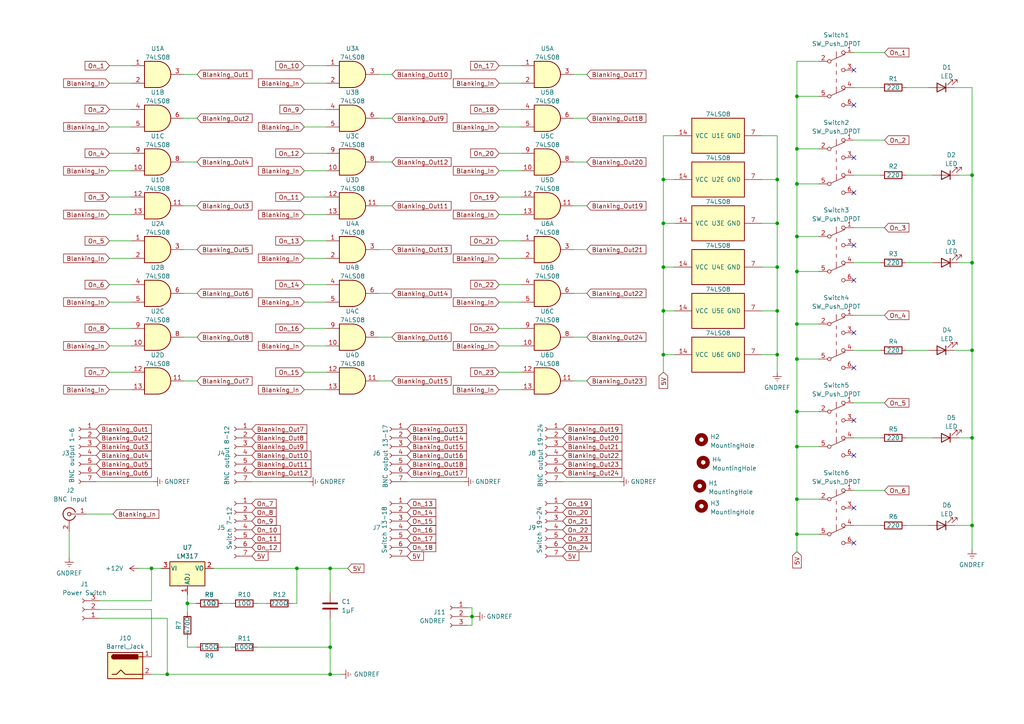
<source format=kicad_sch>
(kicad_sch (version 20230121) (generator eeschema)
  (paper "A4")
  (junction (at 95.758 164.846))
  (junction (at 225.425 77.47))
  (junction (at 231.14 53.34))
  (junction (at 231.14 68.58))
  (junction (at 192.405 77.47))
  (junction (at 281.94 127))
  (junction (at 231.14 78.74))
  (junction (at 192.405 64.77))
  (junction (at 95.758 195.58))
  (junction (at 225.425 64.77))
  (junction (at 281.94 50.8))
  (junction (at 231.14 43.18))
  (junction (at 231.14 154.94))
  (junction (at 225.425 52.07))
  (junction (at 86.106 164.846))
  (junction (at 281.94 101.6))
  (junction (at 95.758 187.706))
  (junction (at 136.906 178.816))
  (junction (at 231.14 104.14))
  (junction (at 225.425 102.87))
  (junction (at 281.94 152.4))
  (junction (at 231.14 129.54))
  (junction (at 225.425 90.17))
  (junction (at 231.14 27.94))
  (junction (at 54.356 175.006))
  (junction (at 192.405 52.07))
  (junction (at 48.514 195.58))
  (junction (at 192.405 102.87))
  (junction (at 231.14 144.78))
  (junction (at 231.14 119.38))
  (junction (at 281.94 76.2))
  (junction (at 43.942 164.846))
  (junction (at 192.405 90.17))
  (junction (at 231.14 93.98))
  (no_connect (at 247.65 121.92))
  (no_connect (at 247.65 20.32))
  (no_connect (at 247.65 132.08))
  (no_connect (at 247.65 106.68))
  (no_connect (at 247.65 147.32))
  (no_connect (at 247.65 71.12))
  (no_connect (at 247.65 55.88))
  (no_connect (at 247.65 30.48))
  (no_connect (at 247.65 45.72))
  (no_connect (at 247.65 157.48))
  (no_connect (at 247.65 81.28))
  (no_connect (at 247.65 96.52))
  (wire (pts (xy 262.89 50.8) (xy 270.51 50.8)))
  (wire (pts (xy 31.75 36.83) (xy 38.1 36.83)))
  (wire (pts (xy 231.14 43.18) (xy 231.14 53.34)))
  (wire (pts (xy 40.132 164.846) (xy 43.942 164.846)))
  (wire (pts (xy 109.855 46.99) (xy 113.665 46.99)))
  (wire (pts (xy 88.265 19.05) (xy 94.615 19.05)))
  (wire (pts (xy 144.78 24.13) (xy 151.13 24.13)))
  (wire (pts (xy 231.14 27.94) (xy 231.14 43.18)))
  (wire (pts (xy 144.78 74.93) (xy 151.13 74.93)))
  (wire (pts (xy 225.425 90.17) (xy 225.425 102.87)))
  (wire (pts (xy 281.94 25.4) (xy 281.94 50.8)))
  (wire (pts (xy 53.34 21.59) (xy 57.15 21.59)))
  (wire (pts (xy 95.758 179.578) (xy 95.758 187.706)))
  (wire (pts (xy 135.636 176.276) (xy 136.906 176.276)))
  (wire (pts (xy 31.75 31.75) (xy 38.1 31.75)))
  (wire (pts (xy 192.405 102.87) (xy 192.405 107.95)))
  (wire (pts (xy 88.265 107.95) (xy 94.615 107.95)))
  (wire (pts (xy 225.425 90.17) (xy 220.98 90.17)))
  (wire (pts (xy 163.195 139.7) (xy 179.705 139.7)))
  (wire (pts (xy 281.94 76.2) (xy 281.94 101.6)))
  (wire (pts (xy 43.942 176.784) (xy 43.942 190.5)))
  (wire (pts (xy 231.14 68.58) (xy 231.14 78.74)))
  (wire (pts (xy 31.75 62.23) (xy 38.1 62.23)))
  (wire (pts (xy 54.356 175.006) (xy 56.896 175.006)))
  (wire (pts (xy 31.75 24.13) (xy 38.1 24.13)))
  (wire (pts (xy 31.75 19.05) (xy 38.1 19.05)))
  (wire (pts (xy 27.94 139.7) (xy 44.45 139.7)))
  (wire (pts (xy 84.836 175.006) (xy 86.106 175.006)))
  (wire (pts (xy 278.13 50.8) (xy 281.94 50.8)))
  (wire (pts (xy 109.855 85.09) (xy 113.665 85.09)))
  (wire (pts (xy 53.34 46.99) (xy 57.15 46.99)))
  (wire (pts (xy 95.758 195.58) (xy 99.06 195.58)))
  (wire (pts (xy 43.942 164.846) (xy 46.736 164.846)))
  (wire (pts (xy 88.265 57.15) (xy 94.615 57.15)))
  (wire (pts (xy 54.356 187.706) (xy 54.356 185.166)))
  (wire (pts (xy 276.86 101.6) (xy 281.94 101.6)))
  (wire (pts (xy 166.37 46.99) (xy 170.18 46.99)))
  (wire (pts (xy 88.265 36.83) (xy 94.615 36.83)))
  (wire (pts (xy 43.942 195.58) (xy 48.514 195.58)))
  (wire (pts (xy 262.89 101.6) (xy 269.24 101.6)))
  (wire (pts (xy 31.75 57.15) (xy 38.1 57.15)))
  (wire (pts (xy 144.78 31.75) (xy 151.13 31.75)))
  (wire (pts (xy 64.516 187.706) (xy 67.056 187.706)))
  (wire (pts (xy 109.855 97.79) (xy 113.665 97.79)))
  (wire (pts (xy 262.89 152.4) (xy 269.24 152.4)))
  (wire (pts (xy 144.78 95.25) (xy 151.13 95.25)))
  (wire (pts (xy 225.425 39.37) (xy 225.425 52.07)))
  (wire (pts (xy 195.58 52.07) (xy 192.405 52.07)))
  (wire (pts (xy 88.265 87.63) (xy 94.615 87.63)))
  (wire (pts (xy 144.78 19.05) (xy 151.13 19.05)))
  (wire (pts (xy 135.636 178.816) (xy 136.906 178.816)))
  (wire (pts (xy 144.78 62.23) (xy 151.13 62.23)))
  (wire (pts (xy 95.758 164.846) (xy 100.838 164.846)))
  (wire (pts (xy 281.94 101.6) (xy 281.94 127)))
  (wire (pts (xy 276.86 25.4) (xy 281.94 25.4)))
  (wire (pts (xy 231.14 119.38) (xy 231.14 129.54)))
  (wire (pts (xy 136.906 181.356) (xy 135.636 181.356)))
  (wire (pts (xy 88.265 24.13) (xy 94.615 24.13)))
  (wire (pts (xy 192.405 90.17) (xy 195.58 90.17)))
  (wire (pts (xy 247.65 101.6) (xy 255.27 101.6)))
  (wire (pts (xy 192.405 52.07) (xy 192.405 64.77)))
  (wire (pts (xy 73.025 139.7) (xy 89.535 139.7)))
  (wire (pts (xy 53.34 59.69) (xy 57.15 59.69)))
  (wire (pts (xy 166.37 85.09) (xy 170.18 85.09)))
  (wire (pts (xy 28.956 174.244) (xy 43.942 174.244)))
  (wire (pts (xy 31.75 44.45) (xy 38.1 44.45)))
  (wire (pts (xy 231.14 53.34) (xy 231.14 68.58)))
  (wire (pts (xy 220.98 39.37) (xy 225.425 39.37)))
  (wire (pts (xy 166.37 72.39) (xy 170.18 72.39)))
  (wire (pts (xy 231.14 154.94) (xy 237.49 154.94)))
  (wire (pts (xy 231.14 27.94) (xy 231.14 17.78)))
  (wire (pts (xy 61.976 164.846) (xy 86.106 164.846)))
  (wire (pts (xy 281.94 127) (xy 281.94 152.4)))
  (wire (pts (xy 88.265 44.45) (xy 94.615 44.45)))
  (wire (pts (xy 144.78 87.63) (xy 151.13 87.63)))
  (wire (pts (xy 88.265 82.55) (xy 94.615 82.55)))
  (wire (pts (xy 231.14 104.14) (xy 237.49 104.14)))
  (wire (pts (xy 220.98 52.07) (xy 225.425 52.07)))
  (wire (pts (xy 144.78 49.53) (xy 151.13 49.53)))
  (wire (pts (xy 278.13 127) (xy 281.94 127)))
  (wire (pts (xy 31.75 100.33) (xy 38.1 100.33)))
  (wire (pts (xy 278.13 76.2) (xy 281.94 76.2)))
  (wire (pts (xy 192.405 39.37) (xy 195.58 39.37)))
  (wire (pts (xy 109.855 59.69) (xy 113.665 59.69)))
  (wire (pts (xy 247.65 15.24) (xy 256.54 15.24)))
  (wire (pts (xy 88.265 95.25) (xy 94.615 95.25)))
  (wire (pts (xy 48.514 179.324) (xy 48.514 195.58)))
  (wire (pts (xy 31.75 95.25) (xy 38.1 95.25)))
  (wire (pts (xy 231.14 53.34) (xy 237.49 53.34)))
  (wire (pts (xy 43.942 164.846) (xy 43.942 174.244)))
  (wire (pts (xy 88.265 100.33) (xy 94.615 100.33)))
  (wire (pts (xy 86.106 164.846) (xy 95.758 164.846)))
  (wire (pts (xy 31.75 49.53) (xy 38.1 49.53)))
  (wire (pts (xy 247.65 91.44) (xy 256.54 91.44)))
  (wire (pts (xy 262.89 127) (xy 270.51 127)))
  (wire (pts (xy 225.425 77.47) (xy 225.425 90.17)))
  (wire (pts (xy 231.14 78.74) (xy 237.49 78.74)))
  (wire (pts (xy 247.65 66.04) (xy 256.54 66.04)))
  (wire (pts (xy 262.89 25.4) (xy 269.24 25.4)))
  (wire (pts (xy 20.066 154.178) (xy 20.066 161.798)))
  (wire (pts (xy 281.94 50.8) (xy 281.94 76.2)))
  (wire (pts (xy 231.14 68.58) (xy 237.49 68.58)))
  (wire (pts (xy 53.34 34.29) (xy 57.15 34.29)))
  (wire (pts (xy 136.906 178.816) (xy 136.906 181.356)))
  (wire (pts (xy 144.78 44.45) (xy 151.13 44.45)))
  (wire (pts (xy 144.78 69.85) (xy 151.13 69.85)))
  (wire (pts (xy 54.356 187.706) (xy 56.896 187.706)))
  (wire (pts (xy 109.855 72.39) (xy 113.665 72.39)))
  (wire (pts (xy 281.94 152.4) (xy 281.94 159.385)))
  (wire (pts (xy 74.676 187.706) (xy 95.758 187.706)))
  (wire (pts (xy 231.14 144.78) (xy 237.49 144.78)))
  (wire (pts (xy 88.265 62.23) (xy 94.615 62.23)))
  (wire (pts (xy 192.405 52.07) (xy 192.405 39.37)))
  (wire (pts (xy 231.14 17.78) (xy 237.49 17.78)))
  (wire (pts (xy 231.14 144.78) (xy 231.14 154.94)))
  (wire (pts (xy 28.956 176.784) (xy 43.942 176.784)))
  (wire (pts (xy 95.758 164.846) (xy 95.758 171.958)))
  (wire (pts (xy 247.65 116.84) (xy 256.54 116.84)))
  (wire (pts (xy 192.405 64.77) (xy 192.405 77.47)))
  (wire (pts (xy 192.405 64.77) (xy 195.58 64.77)))
  (wire (pts (xy 109.855 21.59) (xy 113.665 21.59)))
  (wire (pts (xy 166.37 21.59) (xy 170.18 21.59)))
  (wire (pts (xy 144.78 82.55) (xy 151.13 82.55)))
  (wire (pts (xy 231.14 129.54) (xy 231.14 144.78)))
  (wire (pts (xy 231.14 43.18) (xy 237.49 43.18)))
  (wire (pts (xy 247.65 76.2) (xy 255.27 76.2)))
  (wire (pts (xy 28.956 179.324) (xy 48.514 179.324)))
  (wire (pts (xy 31.75 107.95) (xy 38.1 107.95)))
  (wire (pts (xy 231.14 119.38) (xy 237.49 119.38)))
  (wire (pts (xy 31.75 113.03) (xy 38.1 113.03)))
  (wire (pts (xy 136.906 178.816) (xy 137.922 178.816)))
  (wire (pts (xy 192.405 77.47) (xy 192.405 90.17)))
  (wire (pts (xy 31.75 82.55) (xy 38.1 82.55)))
  (wire (pts (xy 74.676 175.006) (xy 77.216 175.006)))
  (wire (pts (xy 86.106 164.846) (xy 86.106 175.006)))
  (wire (pts (xy 144.78 100.33) (xy 151.13 100.33)))
  (wire (pts (xy 88.265 31.75) (xy 94.615 31.75)))
  (wire (pts (xy 247.65 50.8) (xy 255.27 50.8)))
  (wire (pts (xy 25.146 149.098) (xy 32.766 149.098)))
  (wire (pts (xy 225.425 52.07) (xy 225.425 64.77)))
  (wire (pts (xy 225.425 102.87) (xy 225.425 107.95)))
  (wire (pts (xy 225.425 102.87) (xy 220.98 102.87)))
  (wire (pts (xy 118.11 139.7) (xy 134.62 139.7)))
  (wire (pts (xy 262.89 76.2) (xy 270.51 76.2)))
  (wire (pts (xy 166.37 110.49) (xy 170.18 110.49)))
  (wire (pts (xy 53.34 110.49) (xy 57.15 110.49)))
  (wire (pts (xy 54.356 172.466) (xy 54.356 175.006)))
  (wire (pts (xy 192.405 77.47) (xy 195.58 77.47)))
  (wire (pts (xy 231.14 93.98) (xy 237.49 93.98)))
  (wire (pts (xy 237.49 27.94) (xy 231.14 27.94)))
  (wire (pts (xy 109.855 34.29) (xy 113.665 34.29)))
  (wire (pts (xy 88.265 49.53) (xy 94.615 49.53)))
  (wire (pts (xy 136.906 176.276) (xy 136.906 178.816)))
  (wire (pts (xy 88.265 74.93) (xy 94.615 74.93)))
  (wire (pts (xy 192.405 90.17) (xy 192.405 102.87)))
  (wire (pts (xy 247.65 25.4) (xy 255.27 25.4)))
  (wire (pts (xy 192.405 102.87) (xy 195.58 102.87)))
  (wire (pts (xy 88.265 69.85) (xy 94.615 69.85)))
  (wire (pts (xy 31.75 69.85) (xy 38.1 69.85)))
  (wire (pts (xy 247.65 152.4) (xy 255.27 152.4)))
  (wire (pts (xy 144.78 113.03) (xy 151.13 113.03)))
  (wire (pts (xy 166.37 97.79) (xy 170.18 97.79)))
  (wire (pts (xy 225.425 64.77) (xy 225.425 77.47)))
  (wire (pts (xy 109.855 110.49) (xy 113.665 110.49)))
  (wire (pts (xy 247.65 127) (xy 255.27 127)))
  (wire (pts (xy 31.75 74.93) (xy 38.1 74.93)))
  (wire (pts (xy 48.514 195.58) (xy 95.758 195.58)))
  (wire (pts (xy 231.14 154.94) (xy 231.14 160.02)))
  (wire (pts (xy 88.265 113.03) (xy 94.615 113.03)))
  (wire (pts (xy 220.98 64.77) (xy 225.425 64.77)))
  (wire (pts (xy 231.14 93.98) (xy 231.14 104.14)))
  (wire (pts (xy 53.34 97.79) (xy 57.15 97.79)))
  (wire (pts (xy 95.758 187.706) (xy 95.758 195.58)))
  (wire (pts (xy 144.78 57.15) (xy 151.13 57.15)))
  (wire (pts (xy 247.65 40.64) (xy 256.54 40.64)))
  (wire (pts (xy 53.34 72.39) (xy 57.15 72.39)))
  (wire (pts (xy 276.86 152.4) (xy 281.94 152.4)))
  (wire (pts (xy 166.37 34.29) (xy 170.18 34.29)))
  (wire (pts (xy 231.14 104.14) (xy 231.14 119.38)))
  (wire (pts (xy 64.516 175.006) (xy 67.056 175.006)))
  (wire (pts (xy 225.425 77.47) (xy 220.98 77.47)))
  (wire (pts (xy 31.75 87.63) (xy 38.1 87.63)))
  (wire (pts (xy 166.37 59.69) (xy 170.18 59.69)))
  (wire (pts (xy 247.65 142.24) (xy 256.54 142.24)))
  (wire (pts (xy 144.78 107.95) (xy 151.13 107.95)))
  (wire (pts (xy 144.78 36.83) (xy 151.13 36.83)))
  (wire (pts (xy 231.14 78.74) (xy 231.14 93.98)))
  (wire (pts (xy 54.356 177.546) (xy 54.356 175.006)))
  (wire (pts (xy 231.14 129.54) (xy 237.49 129.54)))
  (wire (pts (xy 53.34 85.09) (xy 57.15 85.09)))
  (global_label "Blanking_Out15" (shape input) (at 113.665 110.49 0) (property "Intersheetrefs" "${INTERSHEET_REFS}" (effects hide)))
  (global_label "Blanking_Out7" (shape input) (at 57.15 110.49 0) (property "Intersheetrefs" "${INTERSHEET_REFS}" (effects hide)))
  (global_label "On_11" (shape input) (at 88.265 57.15 180) (property "Intersheetrefs" "${INTERSHEET_REFS}" (effects hide)))
  (global_label "Blanking_In" (shape input) (at 88.265 62.23 180) (property "Intersheetrefs" "${INTERSHEET_REFS}" (effects hide)))
  (global_label "Blanking_Out13" (shape input) (at 113.665 72.39 0) (property "Intersheetrefs" "${INTERSHEET_REFS}" (effects hide)))
  (global_label "Blanking_In" (shape input) (at 88.265 49.53 180) (property "Intersheetrefs" "${INTERSHEET_REFS}" (effects hide)))
  (global_label "Blanking_Out23" (shape input) (at 170.18 110.49 0) (property "Intersheetrefs" "${INTERSHEET_REFS}" (effects hide)))
  (global_label "5V" (shape input) (at 100.838 164.846 0) (property "Intersheetrefs" "${INTERSHEET_REFS}" (effects hide)))
  (global_label "On_22" (shape input) (at 163.195 153.67 0) (property "Intersheetrefs" "${INTERSHEET_REFS}" (effects hide)))
  (global_label "Blanking_Out19" (shape input) (at 163.195 124.46 0) (property "Intersheetrefs" "${INTERSHEET_REFS}" (effects hide)))
  (global_label "Blanking_Out1" (shape input) (at 27.94 124.46 0) (property "Intersheetrefs" "${INTERSHEET_REFS}" (effects hide)))
  (global_label "5V" (shape input) (at 163.195 161.29 0) (property "Intersheetrefs" "${INTERSHEET_REFS}" (effects hide)))
  (global_label "On_6" (shape input) (at 31.75 82.55 180) (property "Intersheetrefs" "${INTERSHEET_REFS}" (effects hide)))
  (global_label "Blanking_Out4" (shape input) (at 27.94 132.08 0) (property "Intersheetrefs" "${INTERSHEET_REFS}" (effects hide)))
  (global_label "On_23" (shape input) (at 163.195 156.21 0) (property "Intersheetrefs" "${INTERSHEET_REFS}" (effects hide)))
  (global_label "On_22" (shape input) (at 144.78 82.55 180) (property "Intersheetrefs" "${INTERSHEET_REFS}" (effects hide)))
  (global_label "On_16" (shape input) (at 88.265 95.25 180) (property "Intersheetrefs" "${INTERSHEET_REFS}" (effects hide)))
  (global_label "On_2" (shape input) (at 256.54 40.64 0) (property "Intersheetrefs" "${INTERSHEET_REFS}" (effects hide)))
  (global_label "Blanking_Out20" (shape input) (at 163.195 127 0) (property "Intersheetrefs" "${INTERSHEET_REFS}" (effects hide)))
  (global_label "On_16" (shape input) (at 118.11 153.67 0) (property "Intersheetrefs" "${INTERSHEET_REFS}" (effects hide)))
  (global_label "Blanking_In" (shape input) (at 88.265 74.93 180) (property "Intersheetrefs" "${INTERSHEET_REFS}" (effects hide)))
  (global_label "Blanking_Out3" (shape input) (at 27.94 129.54 0) (property "Intersheetrefs" "${INTERSHEET_REFS}" (effects hide)))
  (global_label "5V" (shape input) (at 231.14 160.02 270) (property "Intersheetrefs" "${INTERSHEET_REFS}" (effects hide)))
  (global_label "Blanking_In" (shape input) (at 31.75 113.03 180) (property "Intersheetrefs" "${INTERSHEET_REFS}" (effects hide)))
  (global_label "On_10" (shape input) (at 88.265 19.05 180) (property "Intersheetrefs" "${INTERSHEET_REFS}" (effects hide)))
  (global_label "5V" (shape input) (at 192.405 107.95 270) (property "Intersheetrefs" "${INTERSHEET_REFS}" (effects hide)))
  (global_label "On_18" (shape input) (at 144.78 31.75 180) (property "Intersheetrefs" "${INTERSHEET_REFS}" (effects hide)))
  (global_label "Blanking_In" (shape input) (at 31.75 36.83 180) (property "Intersheetrefs" "${INTERSHEET_REFS}" (effects hide)))
  (global_label "On_23" (shape input) (at 144.78 107.95 180) (property "Intersheetrefs" "${INTERSHEET_REFS}" (effects hide)))
  (global_label "Blanking_Out20" (shape input) (at 170.18 46.99 0) (property "Intersheetrefs" "${INTERSHEET_REFS}" (effects hide)))
  (global_label "Blanking_In" (shape input) (at 88.265 100.33 180) (property "Intersheetrefs" "${INTERSHEET_REFS}" (effects hide)))
  (global_label "Blanking_Out12" (shape input) (at 73.025 137.16 0) (property "Intersheetrefs" "${INTERSHEET_REFS}" (effects hide)))
  (global_label "Blanking_In" (shape input) (at 31.75 87.63 180) (property "Intersheetrefs" "${INTERSHEET_REFS}" (effects hide)))
  (global_label "On_10" (shape input) (at 73.025 153.67 0) (property "Intersheetrefs" "${INTERSHEET_REFS}" (effects hide)))
  (global_label "Blanking_Out16" (shape input) (at 118.11 132.08 0) (property "Intersheetrefs" "${INTERSHEET_REFS}" (effects hide)))
  (global_label "Blanking_In" (shape input) (at 144.78 62.23 180) (property "Intersheetrefs" "${INTERSHEET_REFS}" (effects hide)))
  (global_label "Blanking_In" (shape input) (at 144.78 87.63 180) (property "Intersheetrefs" "${INTERSHEET_REFS}" (effects hide)))
  (global_label "Blanking_In" (shape input) (at 144.78 24.13 180) (property "Intersheetrefs" "${INTERSHEET_REFS}" (effects hide)))
  (global_label "Blanking_Out2" (shape input) (at 57.15 34.29 0) (property "Intersheetrefs" "${INTERSHEET_REFS}" (effects hide)))
  (global_label "On_7" (shape input) (at 73.025 146.05 0) (property "Intersheetrefs" "${INTERSHEET_REFS}" (effects hide)))
  (global_label "On_6" (shape input) (at 256.54 142.24 0) (property "Intersheetrefs" "${INTERSHEET_REFS}" (effects hide)))
  (global_label "Blanking_In" (shape input) (at 144.78 74.93 180) (property "Intersheetrefs" "${INTERSHEET_REFS}" (effects hide)))
  (global_label "On_12" (shape input) (at 73.025 158.75 0) (property "Intersheetrefs" "${INTERSHEET_REFS}" (effects hide)))
  (global_label "Blanking_Out14" (shape input) (at 118.11 127 0) (property "Intersheetrefs" "${INTERSHEET_REFS}" (effects hide)))
  (global_label "Blanking_Out9" (shape input) (at 73.025 129.54 0) (property "Intersheetrefs" "${INTERSHEET_REFS}" (effects hide)))
  (global_label "On_14" (shape input) (at 88.265 82.55 180) (property "Intersheetrefs" "${INTERSHEET_REFS}" (effects hide)))
  (global_label "On_11" (shape input) (at 73.025 156.21 0) (property "Intersheetrefs" "${INTERSHEET_REFS}" (effects hide)))
  (global_label "On_15" (shape input) (at 88.265 107.95 180) (property "Intersheetrefs" "${INTERSHEET_REFS}" (effects hide)))
  (global_label "On_20" (shape input) (at 163.195 148.59 0) (property "Intersheetrefs" "${INTERSHEET_REFS}" (effects hide)))
  (global_label "Blanking_Out23" (shape input) (at 163.195 134.62 0) (property "Intersheetrefs" "${INTERSHEET_REFS}" (effects hide)))
  (global_label "Blanking_Out12" (shape input) (at 113.665 46.99 0) (property "Intersheetrefs" "${INTERSHEET_REFS}" (effects hide)))
  (global_label "Blanking_Out14" (shape input) (at 113.665 85.09 0) (property "Intersheetrefs" "${INTERSHEET_REFS}" (effects hide)))
  (global_label "On_5" (shape input) (at 256.54 116.84 0) (property "Intersheetrefs" "${INTERSHEET_REFS}" (effects hide)))
  (global_label "On_3" (shape input) (at 31.75 57.15 180) (property "Intersheetrefs" "${INTERSHEET_REFS}" (effects hide)))
  (global_label "On_13" (shape input) (at 88.265 69.85 180) (property "Intersheetrefs" "${INTERSHEET_REFS}" (effects hide)))
  (global_label "On_9" (shape input) (at 88.265 31.75 180) (property "Intersheetrefs" "${INTERSHEET_REFS}" (effects hide)))
  (global_label "On_19" (shape input) (at 163.195 146.05 0) (property "Intersheetrefs" "${INTERSHEET_REFS}" (effects hide)))
  (global_label "On_1" (shape input) (at 31.75 19.05 180) (property "Intersheetrefs" "${INTERSHEET_REFS}" (effects hide)))
  (global_label "Blanking_Out15" (shape input) (at 118.11 129.54 0) (property "Intersheetrefs" "${INTERSHEET_REFS}" (effects hide)))
  (global_label "Blanking_Out6" (shape input) (at 27.94 137.16 0) (property "Intersheetrefs" "${INTERSHEET_REFS}" (effects hide)))
  (global_label "Blanking_Out11" (shape input) (at 73.025 134.62 0) (property "Intersheetrefs" "${INTERSHEET_REFS}" (effects hide)))
  (global_label "5V" (shape input) (at 118.11 161.29 0) (property "Intersheetrefs" "${INTERSHEET_REFS}" (effects hide)))
  (global_label "Blanking_Out24" (shape input) (at 170.18 97.79 0) (property "Intersheetrefs" "${INTERSHEET_REFS}" (effects hide)))
  (global_label "5V" (shape input) (at 73.025 161.29 0) (property "Intersheetrefs" "${INTERSHEET_REFS}" (effects hide)))
  (global_label "Blanking_Out6" (shape input) (at 57.15 85.09 0) (property "Intersheetrefs" "${INTERSHEET_REFS}" (effects hide)))
  (global_label "Blanking_In" (shape input) (at 31.75 100.33 180) (property "Intersheetrefs" "${INTERSHEET_REFS}" (effects hide)))
  (global_label "Blanking_Out17" (shape input) (at 170.18 21.59 0) (property "Intersheetrefs" "${INTERSHEET_REFS}" (effects hide)))
  (global_label "Blanking_Out11" (shape input) (at 113.665 59.69 0) (property "Intersheetrefs" "${INTERSHEET_REFS}" (effects hide)))
  (global_label "On_1" (shape input) (at 256.54 15.24 0) (property "Intersheetrefs" "${INTERSHEET_REFS}" (effects hide)))
  (global_label "Blanking_In" (shape input) (at 88.265 113.03 180) (property "Intersheetrefs" "${INTERSHEET_REFS}" (effects hide)))
  (global_label "On_17" (shape input) (at 118.11 156.21 0) (property "Intersheetrefs" "${INTERSHEET_REFS}" (effects hide)))
  (global_label "Blanking_In" (shape input) (at 32.766 149.098 0) (property "Intersheetrefs" "${INTERSHEET_REFS}" (effects hide)))
  (global_label "Blanking_Out24" (shape input) (at 163.195 137.16 0) (property "Intersheetrefs" "${INTERSHEET_REFS}" (effects hide)))
  (global_label "Blanking_Out9" (shape input) (at 113.665 34.29 0) (property "Intersheetrefs" "${INTERSHEET_REFS}" (effects hide)))
  (global_label "Blanking_Out17" (shape input) (at 118.11 137.16 0) (property "Intersheetrefs" "${INTERSHEET_REFS}" (effects hide)))
  (global_label "Blanking_Out8" (shape input) (at 73.025 127 0) (property "Intersheetrefs" "${INTERSHEET_REFS}" (effects hide)))
  (global_label "Blanking_Out2" (shape input) (at 27.94 127 0) (property "Intersheetrefs" "${INTERSHEET_REFS}" (effects hide)))
  (global_label "Blanking_Out22" (shape input) (at 170.18 85.09 0) (property "Intersheetrefs" "${INTERSHEET_REFS}" (effects hide)))
  (global_label "On_21" (shape input) (at 163.195 151.13 0) (property "Intersheetrefs" "${INTERSHEET_REFS}" (effects hide)))
  (global_label "On_12" (shape input) (at 88.265 44.45 180) (property "Intersheetrefs" "${INTERSHEET_REFS}" (effects hide)))
  (global_label "Blanking_Out5" (shape input) (at 57.15 72.39 0) (property "Intersheetrefs" "${INTERSHEET_REFS}" (effects hide)))
  (global_label "Blanking_In" (shape input) (at 144.78 49.53 180) (property "Intersheetrefs" "${INTERSHEET_REFS}" (effects hide)))
  (global_label "On_19" (shape input) (at 144.78 57.15 180) (property "Intersheetrefs" "${INTERSHEET_REFS}" (effects hide)))
  (global_label "On_17" (shape input) (at 144.78 19.05 180) (property "Intersheetrefs" "${INTERSHEET_REFS}" (effects hide)))
  (global_label "On_20" (shape input) (at 144.78 44.45 180) (property "Intersheetrefs" "${INTERSHEET_REFS}" (effects hide)))
  (global_label "On_8" (shape input) (at 31.75 95.25 180) (property "Intersheetrefs" "${INTERSHEET_REFS}" (effects hide)))
  (global_label "On_7" (shape input) (at 31.75 107.95 180) (property "Intersheetrefs" "${INTERSHEET_REFS}" (effects hide)))
  (global_label "Blanking_Out8" (shape input) (at 57.15 97.79 0) (property "Intersheetrefs" "${INTERSHEET_REFS}" (effects hide)))
  (global_label "Blanking_In" (shape input) (at 31.75 24.13 180) (property "Intersheetrefs" "${INTERSHEET_REFS}" (effects hide)))
  (global_label "Blanking_In" (shape input) (at 88.265 24.13 180) (property "Intersheetrefs" "${INTERSHEET_REFS}" (effects hide)))
  (global_label "On_24" (shape input) (at 144.78 95.25 180) (property "Intersheetrefs" "${INTERSHEET_REFS}" (effects hide)))
  (global_label "On_21" (shape input) (at 144.78 69.85 180) (property "Intersheetrefs" "${INTERSHEET_REFS}" (effects hide)))
  (global_label "Blanking_Out18" (shape input) (at 118.11 134.62 0) (property "Intersheetrefs" "${INTERSHEET_REFS}" (effects hide)))
  (global_label "On_9" (shape input) (at 73.025 151.13 0) (property "Intersheetrefs" "${INTERSHEET_REFS}" (effects hide)))
  (global_label "On_4" (shape input) (at 256.54 91.44 0) (property "Intersheetrefs" "${INTERSHEET_REFS}" (effects hide)))
  (global_label "Blanking_Out13" (shape input) (at 118.11 124.46 0) (property "Intersheetrefs" "${INTERSHEET_REFS}" (effects hide)))
  (global_label "Blanking_Out10" (shape input) (at 113.665 21.59 0) (property "Intersheetrefs" "${INTERSHEET_REFS}" (effects hide)))
  (global_label "Blanking_Out5" (shape input) (at 27.94 134.62 0) (property "Intersheetrefs" "${INTERSHEET_REFS}" (effects hide)))
  (global_label "Blanking_In" (shape input) (at 88.265 36.83 180) (property "Intersheetrefs" "${INTERSHEET_REFS}" (effects hide)))
  (global_label "On_8" (shape input) (at 73.025 148.59 0) (property "Intersheetrefs" "${INTERSHEET_REFS}" (effects hide)))
  (global_label "Blanking_Out18" (shape input) (at 170.18 34.29 0) (property "Intersheetrefs" "${INTERSHEET_REFS}" (effects hide)))
  (global_label "Blanking_In" (shape input) (at 144.78 36.83 180) (property "Intersheetrefs" "${INTERSHEET_REFS}" (effects hide)))
  (global_label "On_14" (shape input) (at 118.11 148.59 0) (property "Intersheetrefs" "${INTERSHEET_REFS}" (effects hide)))
  (global_label "Blanking_In" (shape input) (at 144.78 113.03 180) (property "Intersheetrefs" "${INTERSHEET_REFS}" (effects hide)))
  (global_label "On_3" (shape input) (at 256.54 66.04 0) (property "Intersheetrefs" "${INTERSHEET_REFS}" (effects hide)))
  (global_label "Blanking_Out21" (shape input) (at 170.18 72.39 0) (property "Intersheetrefs" "${INTERSHEET_REFS}" (effects hide)))
  (global_label "Blanking_Out1" (shape input) (at 57.15 21.59 0) (property "Intersheetrefs" "${INTERSHEET_REFS}" (effects hide)))
  (global_label "Blanking_In" (shape input) (at 31.75 49.53 180) (property "Intersheetrefs" "${INTERSHEET_REFS}" (effects hide)))
  (global_label "On_4" (shape input) (at 31.75 44.45 180) (property "Intersheetrefs" "${INTERSHEET_REFS}" (effects hide)))
  (global_label "Blanking_In" (shape input) (at 144.78 100.33 180) (property "Intersheetrefs" "${INTERSHEET_REFS}" (effects hide)))
  (global_label "Blanking_Out22" (shape input) (at 163.195 132.08 0) (property "Intersheetrefs" "${INTERSHEET_REFS}" (effects hide)))
  (global_label "On_15" (shape input) (at 118.11 151.13 0) (property "Intersheetrefs" "${INTERSHEET_REFS}" (effects hide)))
  (global_label "On_5" (shape input) (at 31.75 69.85 180) (property "Intersheetrefs" "${INTERSHEET_REFS}" (effects hide)))
  (global_label "Blanking_Out19" (shape input) (at 170.18 59.69 0) (property "Intersheetrefs" "${INTERSHEET_REFS}" (effects hide)))
  (global_label "On_24" (shape input) (at 163.195 158.75 0) (property "Intersheetrefs" "${INTERSHEET_REFS}" (effects hide)))
  (global_label "On_18" (shape input) (at 118.11 158.75 0) (property "Intersheetrefs" "${INTERSHEET_REFS}" (effects hide)))
  (global_label "On_13" (shape input) (at 118.11 146.05 0) (property "Intersheetrefs" "${INTERSHEET_REFS}" (effects hide)))
  (global_label "Blanking_Out3" (shape input) (at 57.15 59.69 0) (property "Intersheetrefs" "${INTERSHEET_REFS}" (effects hide)))
  (global_label "Blanking_In" (shape input) (at 31.75 62.23 180) (property "Intersheetrefs" "${INTERSHEET_REFS}" (effects hide)))
  (global_label "Blanking_Out4" (shape input) (at 57.15 46.99 0) (property "Intersheetrefs" "${INTERSHEET_REFS}" (effects hide)))
  (global_label "Blanking_Out16" (shape input) (at 113.665 97.79 0) (property "Intersheetrefs" "${INTERSHEET_REFS}" (effects hide)))
  (global_label "Blanking_Out7" (shape input) (at 73.025 124.46 0) (property "Intersheetrefs" "${INTERSHEET_REFS}" (effects hide)))
  (global_label "Blanking_In" (shape input) (at 88.265 87.63 180) (property "Intersheetrefs" "${INTERSHEET_REFS}" (effects hide)))
  (global_label "Blanking_Out10" (shape input) (at 73.025 132.08 0) (property "Intersheetrefs" "${INTERSHEET_REFS}" (effects hide)))
  (global_label "Blanking_Out21" (shape input) (at 163.195 129.54 0) (property "Intersheetrefs" "${INTERSHEET_REFS}" (effects hide)))
  (global_label "Blanking_In" (shape input) (at 31.75 74.93 180) (property "Intersheetrefs" "${INTERSHEET_REFS}" (effects hide)))
  (global_label "On_2" (shape input) (at 31.75 31.75 180) (property "Intersheetrefs" "${INTERSHEET_REFS}" (effects hide)))
  (symbol (lib_id "74xx:74LS08") (at 102.235 59.69 0) (unit 4)
    (property "Reference" "U3" (at 102.235 52.1802 0))
    (property "Value" "74LS08" (at 102.235 54.7171 0))
    (property "Footprint" "Package_DIP:DIP-14_W7.62mm_LongPads" (effects hide))
    (property "Datasheet" "http://www.ti.com/lit/gpn/sn74LS08" (effects hide))
  )
  (symbol (lib_id "Device:C") (at 95.758 175.768 0) (unit 1)
    (property "Reference" "C1" (at 99.06 174.498 0) (effects (justify left)))
    (property "Value" "1μF" (at 99.06 177.038 0) (effects (justify left)))
    (property "Footprint" "Capacitor_THT:C_Radial_D5.0mm_H5.0mm_P2.00mm" (effects hide))
  )
  (symbol (lib_id "power:GNDREF") (at 44.45 139.7 90) (unit 1)
    (property "Reference" "#PWR0105" (effects hide))
    (property "Value" "GNDREF" (at 51.435 139.7 90))
  )
  (symbol (lib_id "Switch:SW_Push_DPDT") (at 242.57 48.26 0) (unit 1)
    (property "Reference" "Switch2" (at 242.57 35.56 0))
    (property "Value" "SW_Push_DPDT" (at 242.57 38.1 0))
    (property "Footprint" "Maxime:maxi_DPDT_Angled" (effects hide))
  )
  (symbol (lib_id "74xx:74LS08") (at 208.28 77.47 90) (unit 5)
    (property "Reference" "U4" (at 208.28 77.47 90))
    (property "Value" "74LS08" (at 208.28 71.2271 90))
    (property "Footprint" "Package_DIP:DIP-14_W7.62mm_LongPads" (effects hide))
    (property "Datasheet" "http://www.ti.com/lit/gpn/sn74LS08" (effects hide))
  )
  (symbol (lib_id "power:GNDREF") (at 281.94 159.385 0) (unit 1)
    (property "Reference" "#PWR0109" (effects hide))
    (property "Value" "GNDREF" (at 281.94 163.8284 0))
  )
  (symbol (lib_id "Device:R") (at 60.706 175.006 270) (mirror x) (unit 1)
    (property "Reference" "R8" (at 60.706 172.466 90))
    (property "Value" "10Ω" (at 60.706 175.006 90))
    (property "Footprint" "Resistor_THT:R_Axial_DIN0309_L9.0mm_D3.2mm_P15.24mm_Horizontal" (effects hide))
  )
  (symbol (lib_id "74xx:74LS08") (at 45.72 59.69 0) (unit 4)
    (property "Reference" "U1" (at 45.72 52.1802 0))
    (property "Value" "74LS08" (at 45.72 54.7171 0))
    (property "Footprint" "Package_DIP:DIP-14_W7.62mm_LongPads" (effects hide))
    (property "Datasheet" "http://www.ti.com/lit/gpn/sn74LS08" (effects hide))
  )
  (symbol (lib_id "power:GNDREF") (at 20.066 161.798 0) (unit 1)
    (property "Reference" "#PWR0103" (effects hide))
    (property "Value" "GNDREF" (at 20.066 166.2414 0))
  )
  (symbol (lib_id "Device:LED") (at 273.05 101.6 180) (unit 1)
    (property "Reference" "D4" (at 274.6375 95.7412 0))
    (property "Value" "LED" (at 274.6375 98.2781 0))
    (property "Footprint" "LED_THT:LED_D3.0mm" (effects hide))
  )
  (symbol (lib_id "Connector:Conn_01x07_Female") (at 113.03 132.08 0) (mirror y) (unit 1)
    (property "Reference" "J6" (at 109.22 131.445 0))
    (property "Value" "BNC output 13-17" (at 111.76 132.334 90))
    (property "Footprint" "Connector_JST:JST_XH_B7B-XH-A_1x07_P2.50mm_Vertical" (effects hide))
  )
  (symbol (lib_id "Mechanical:MountingHole") (at 203.454 146.812 0) (unit 1)
    (property "Reference" "H3" (at 205.994 145.9773 0) (effects (justify left)))
    (property "Value" "MountingHole" (at 205.994 148.5142 0) (effects (justify left)))
    (property "Footprint" "MountingHole:MountingHole_3mm" (effects hide))
  )
  (symbol (lib_id "Device:LED") (at 274.32 76.2 180) (unit 1)
    (property "Reference" "D3" (at 275.9075 70.3412 0))
    (property "Value" "LED" (at 275.9075 72.8781 0))
    (property "Footprint" "LED_THT:LED_D3.0mm" (effects hide))
  )
  (symbol (lib_id "Device:R") (at 60.706 187.706 270) (unit 1)
    (property "Reference" "R9" (at 60.706 190.246 90))
    (property "Value" "150Ω" (at 60.706 187.706 90))
    (property "Footprint" "Resistor_THT:R_Axial_DIN0309_L9.0mm_D3.2mm_P15.24mm_Horizontal" (effects hide))
  )
  (symbol (lib_id "74xx:74LS08") (at 102.235 72.39 0) (unit 1)
    (property "Reference" "U4" (at 102.235 64.8802 0))
    (property "Value" "74LS08" (at 102.235 67.4171 0))
    (property "Footprint" "Package_DIP:DIP-14_W7.62mm_LongPads" (effects hide))
    (property "Datasheet" "http://www.ti.com/lit/gpn/sn74LS08" (effects hide))
  )
  (symbol (lib_id "Connector:Conn_01x07_Female") (at 67.945 132.08 0) (mirror y) (unit 1)
    (property "Reference" "J4" (at 64.135 131.445 0))
    (property "Value" "BNC output 8-12" (at 65.786 132.08 90))
    (property "Footprint" "Connector_JST:JST_XH_B7B-XH-A_1x07_P2.50mm_Vertical" (effects hide))
  )
  (symbol (lib_id "74xx:74LS08") (at 158.75 34.29 0) (unit 2)
    (property "Reference" "U5" (at 158.75 26.7802 0))
    (property "Value" "74LS08" (at 158.75 29.3171 0))
    (property "Footprint" "Package_DIP:DIP-14_W7.62mm_LongPads" (effects hide))
    (property "Datasheet" "http://www.ti.com/lit/gpn/sn74LS08" (effects hide))
  )
  (symbol (lib_id "Device:R") (at 259.08 101.6 90) (unit 1)
    (property "Reference" "R4" (at 259.08 99.06 90))
    (property "Value" "220" (at 259.08 101.6 90))
    (property "Footprint" "Resistor_THT:R_Axial_DIN0309_L9.0mm_D3.2mm_P15.24mm_Horizontal" (effects hide))
  )
  (symbol (lib_id "74xx:74LS08") (at 45.72 72.39 0) (unit 1)
    (property "Reference" "U2" (at 45.72 64.8802 0))
    (property "Value" "74LS08" (at 45.72 67.4171 0))
    (property "Footprint" "Package_DIP:DIP-14_W7.62mm_LongPads" (effects hide))
    (property "Datasheet" "http://www.ti.com/lit/gpn/sn74LS08" (effects hide))
  )
  (symbol (lib_id "74xx:74LS08") (at 102.235 34.29 0) (unit 2)
    (property "Reference" "U3" (at 102.235 26.7802 0))
    (property "Value" "74LS08" (at 102.235 29.3171 0))
    (property "Footprint" "Package_DIP:DIP-14_W7.62mm_LongPads" (effects hide))
    (property "Datasheet" "http://www.ti.com/lit/gpn/sn74LS08" (effects hide))
  )
  (symbol (lib_id "74xx:74LS08") (at 102.235 46.99 0) (unit 3)
    (property "Reference" "U3" (at 102.235 39.4802 0))
    (property "Value" "74LS08" (at 102.235 42.0171 0))
    (property "Footprint" "Package_DIP:DIP-14_W7.62mm_LongPads" (effects hide))
    (property "Datasheet" "http://www.ti.com/lit/gpn/sn74LS08" (effects hide))
  )
  (symbol (lib_id "74xx:74LS08") (at 45.72 110.49 0) (unit 4)
    (property "Reference" "U2" (at 45.72 102.9802 0))
    (property "Value" "74LS08" (at 45.72 105.5171 0))
    (property "Footprint" "Package_DIP:DIP-14_W7.62mm_LongPads" (effects hide))
    (property "Datasheet" "http://www.ti.com/lit/gpn/sn74LS08" (effects hide))
  )
  (symbol (lib_id "74xx:74LS08") (at 102.235 110.49 0) (unit 4)
    (property "Reference" "U4" (at 102.235 102.9802 0))
    (property "Value" "74LS08" (at 102.235 105.5171 0))
    (property "Footprint" "Package_DIP:DIP-14_W7.62mm_LongPads" (effects hide))
    (property "Datasheet" "http://www.ti.com/lit/gpn/sn74LS08" (effects hide))
  )
  (symbol (lib_id "Connector:Conn_01x03_Female") (at 23.876 176.784 180) (unit 1)
    (property "Reference" "J1" (at 24.511 169.418 0))
    (property "Value" "Power Switch" (at 24.511 171.958 0))
    (property "Footprint" "Connector_JST:JST_XH_B3B-XH-A_1x03_P2.50mm_Vertical" (effects hide))
  )
  (symbol (lib_id "Connector:Conn_01x07_Female") (at 158.115 153.67 0) (mirror y) (unit 1)
    (property "Reference" "J9" (at 154.305 153.035 0))
    (property "Value" "Switch 19-24" (at 156.464 153.67 90))
    (property "Footprint" "Connector_JST:JST_XH_B7B-XH-A_1x07_P2.50mm_Vertical" (effects hide))
  )
  (symbol (lib_id "74xx:74LS08") (at 102.235 21.59 0) (unit 1)
    (property "Reference" "U3" (at 102.235 14.0802 0))
    (property "Value" "74LS08" (at 102.235 16.6171 0))
    (property "Footprint" "Package_DIP:DIP-14_W7.62mm_LongPads" (effects hide))
    (property "Datasheet" "http://www.ti.com/lit/gpn/sn74LS08" (effects hide))
  )
  (symbol (lib_id "Device:LED") (at 274.32 127 180) (unit 1)
    (property "Reference" "D5" (at 275.9075 121.1412 0))
    (property "Value" "LED" (at 275.9075 123.6781 0))
    (property "Footprint" "LED_THT:LED_D3.0mm" (effects hide))
  )
  (symbol (lib_id "74xx:74LS08") (at 102.235 97.79 0) (unit 3)
    (property "Reference" "U4" (at 102.235 90.2802 0))
    (property "Value" "74LS08" (at 102.235 92.8171 0))
    (property "Footprint" "Package_DIP:DIP-14_W7.62mm_LongPads" (effects hide))
    (property "Datasheet" "http://www.ti.com/lit/gpn/sn74LS08" (effects hide))
  )
  (symbol (lib_id "74xx:74LS08") (at 208.28 52.07 90) (unit 5)
    (property "Reference" "U2" (at 208.28 52.07 90))
    (property "Value" "74LS08" (at 208.28 45.8271 90))
    (property "Footprint" "Package_DIP:DIP-14_W7.62mm_LongPads" (effects hide))
    (property "Datasheet" "http://www.ti.com/lit/gpn/sn74LS08" (effects hide))
  )
  (symbol (lib_id "Mechanical:MountingHole") (at 202.946 140.97 0) (unit 1)
    (property "Reference" "H1" (at 205.486 140.1353 0) (effects (justify left)))
    (property "Value" "MountingHole" (at 205.486 142.6722 0) (effects (justify left)))
    (property "Footprint" "MountingHole:MountingHole_3mm" (effects hide))
  )
  (symbol (lib_id "power:GNDREF") (at 99.06 195.58 90) (unit 1)
    (property "Reference" "#PWR02" (effects hide))
    (property "Value" "GNDREF" (at 102.616 195.58 90) (effects (justify right)))
  )
  (symbol (lib_id "Device:R") (at 81.026 175.006 270) (mirror x) (unit 1)
    (property "Reference" "R12" (at 81.026 172.466 90))
    (property "Value" "220Ω" (at 81.026 175.006 90))
    (property "Footprint" "Resistor_THT:R_Axial_DIN0309_L9.0mm_D3.2mm_P15.24mm_Horizontal" (effects hide))
  )
  (symbol (lib_id "power:+12V") (at 40.132 164.846 90) (unit 1)
    (property "Reference" "#PWR01" (effects hide))
    (property "Value" "+12V" (at 35.814 164.846 90) (effects (justify left)))
  )
  (symbol (lib_id "Device:LED") (at 273.05 152.4 180) (unit 1)
    (property "Reference" "D6" (at 274.6375 146.5412 0))
    (property "Value" "LED" (at 274.6375 149.0781 0))
    (property "Footprint" "LED_THT:LED_D3.0mm" (effects hide))
  )
  (symbol (lib_id "74xx:74LS08") (at 45.72 85.09 0) (unit 2)
    (property "Reference" "U2" (at 45.72 77.5802 0))
    (property "Value" "74LS08" (at 45.72 80.1171 0))
    (property "Footprint" "Package_DIP:DIP-14_W7.62mm_LongPads" (effects hide))
    (property "Datasheet" "http://www.ti.com/lit/gpn/sn74LS08" (effects hide))
  )
  (symbol (lib_id "Device:R") (at 259.08 152.4 90) (unit 1)
    (property "Reference" "R6" (at 259.08 149.86 90))
    (property "Value" "220" (at 259.08 152.4 90))
    (property "Footprint" "Resistor_THT:R_Axial_DIN0309_L9.0mm_D3.2mm_P15.24mm_Horizontal" (effects hide))
  )
  (symbol (lib_id "74xx:74LS08") (at 158.75 72.39 0) (unit 1)
    (property "Reference" "U6" (at 158.75 64.8802 0))
    (property "Value" "74LS08" (at 158.75 67.4171 0))
    (property "Footprint" "Package_DIP:DIP-14_W7.62mm_LongPads" (effects hide))
    (property "Datasheet" "http://www.ti.com/lit/gpn/sn74LS08" (effects hide))
  )
  (symbol (lib_id "Switch:SW_Push_DPDT") (at 242.57 124.46 0) (unit 1)
    (property "Reference" "Switch5" (at 242.57 111.76 0))
    (property "Value" "SW_Push_DPDT" (at 242.57 114.3 0))
    (property "Footprint" "Maxime:maxi_DPDT_Angled" (effects hide))
  )
  (symbol (lib_id "Connector:Conn_01x03_Socket") (at 130.556 178.816 0) (mirror y) (unit 1)
    (property "Reference" "J11" (at 129.286 177.546 0) (effects (justify left)))
    (property "Value" "GNDREF" (at 129.286 180.086 0) (effects (justify left)))
    (property "Footprint" "Connector_JST:JST_XH_B3B-XH-A_1x03_P2.50mm_Vertical" (effects hide))
  )
  (symbol (lib_id "Device:R") (at 70.866 187.706 270) (mirror x) (unit 1)
    (property "Reference" "R11" (at 70.866 185.166 90))
    (property "Value" "100Ω" (at 70.866 187.706 90))
    (property "Footprint" "Resistor_THT:R_Axial_DIN0309_L9.0mm_D3.2mm_P15.24mm_Horizontal" (effects hide))
  )
  (symbol (lib_id "74xx:74LS08") (at 158.75 46.99 0) (unit 3)
    (property "Reference" "U5" (at 158.75 39.4802 0))
    (property "Value" "74LS08" (at 158.75 42.0171 0))
    (property "Footprint" "Package_DIP:DIP-14_W7.62mm_LongPads" (effects hide))
    (property "Datasheet" "http://www.ti.com/lit/gpn/sn74LS08" (effects hide))
  )
  (symbol (lib_id "74xx:74LS08") (at 102.235 85.09 0) (unit 2)
    (property "Reference" "U4" (at 102.235 77.5802 0))
    (property "Value" "74LS08" (at 102.235 80.1171 0))
    (property "Footprint" "Package_DIP:DIP-14_W7.62mm_LongPads" (effects hide))
    (property "Datasheet" "http://www.ti.com/lit/gpn/sn74LS08" (effects hide))
  )
  (symbol (lib_id "power:GNDREF") (at 134.62 139.7 90) (unit 1)
    (property "Reference" "#PWR0107" (effects hide))
    (property "Value" "GNDREF" (at 141.605 139.7 90))
  )
  (symbol (lib_id "Connector:Conn_01x07_Female") (at 22.86 132.08 0) (mirror y) (unit 1)
    (property "Reference" "J3" (at 19.05 131.445 0))
    (property "Value" "BNC output 1-6" (at 20.828 132.08 90))
    (property "Footprint" "Connector_JST:JST_XH_B7B-XH-A_1x07_P2.50mm_Vertical" (effects hide))
  )
  (symbol (lib_id "power:GNDREF") (at 89.535 139.7 90) (unit 1)
    (property "Reference" "#PWR0101" (effects hide))
    (property "Value" "GNDREF" (at 96.52 139.7 90))
  )
  (symbol (lib_id "74xx:74LS08") (at 45.72 46.99 0) (unit 3)
    (property "Reference" "U1" (at 45.72 39.4802 0))
    (property "Value" "74LS08" (at 45.72 42.0171 0))
    (property "Footprint" "Package_DIP:DIP-14_W7.62mm_LongPads" (effects hide))
    (property "Datasheet" "http://www.ti.com/lit/gpn/sn74LS08" (effects hide))
  )
  (symbol (lib_id "74xx:74LS08") (at 158.75 110.49 0) (unit 4)
    (property "Reference" "U6" (at 158.75 102.9802 0))
    (property "Value" "74LS08" (at 158.75 105.5171 0))
    (property "Footprint" "Package_DIP:DIP-14_W7.62mm_LongPads" (effects hide))
    (property "Datasheet" "http://www.ti.com/lit/gpn/sn74LS08" (effects hide))
  )
  (symbol (lib_id "74xx:74LS08") (at 158.75 85.09 0) (unit 2)
    (property "Reference" "U6" (at 158.75 77.5802 0))
    (property "Value" "74LS08" (at 158.75 80.1171 0))
    (property "Footprint" "Package_DIP:DIP-14_W7.62mm_LongPads" (effects hide))
    (property "Datasheet" "http://www.ti.com/lit/gpn/sn74LS08" (effects hide))
  )
  (symbol (lib_id "74xx:74LS08") (at 45.72 34.29 0) (unit 2)
    (property "Reference" "U1" (at 45.72 26.7802 0))
    (property "Value" "74LS08" (at 45.72 29.3171 0))
    (property "Footprint" "Package_DIP:DIP-14_W7.62mm_LongPads" (effects hide))
    (property "Datasheet" "http://www.ti.com/lit/gpn/sn74LS08" (effects hide))
  )
  (symbol (lib_id "74xx:74LS08") (at 158.75 97.79 0) (unit 3)
    (property "Reference" "U6" (at 158.75 90.2802 0))
    (property "Value" "74LS08" (at 158.75 92.8171 0))
    (property "Footprint" "Package_DIP:DIP-14_W7.62mm_LongPads" (effects hide))
    (property "Datasheet" "http://www.ti.com/lit/gpn/sn74LS08" (effects hide))
  )
  (symbol (lib_id "Mechanical:MountingHole") (at 203.454 127.508 0) (unit 1)
    (property "Reference" "H2" (at 205.994 126.6733 0) (effects (justify left)))
    (property "Value" "MountingHole" (at 205.994 129.2102 0) (effects (justify left)))
    (property "Footprint" "MountingHole:MountingHole_3mm" (effects hide))
  )
  (symbol (lib_id "Device:R") (at 259.08 50.8 90) (unit 1)
    (property "Reference" "R2" (at 259.08 48.26 90))
    (property "Value" "220" (at 259.08 50.8 90))
    (property "Footprint" "Resistor_THT:R_Axial_DIN0309_L9.0mm_D3.2mm_P15.24mm_Horizontal" (effects hide))
  )
  (symbol (lib_id "Device:R") (at 259.08 76.2 90) (unit 1)
    (property "Reference" "R3" (at 259.08 73.66 90))
    (property "Value" "220" (at 259.08 76.2 90))
    (property "Footprint" "Resistor_THT:R_Axial_DIN0309_L9.0mm_D3.2mm_P15.24mm_Horizontal" (effects hide))
  )
  (symbol (lib_id "Regulator_Linear:LM317_TO-220") (at 54.356 164.846 0) (unit 1)
    (property "Reference" "U7" (at 54.356 158.7967 0))
    (property "Value" "LM317" (at 54.356 161.29 0))
    (property "Footprint" "Package_TO_SOT_THT:TO-220-3_Vertical" (effects hide))
    (property "Datasheet" "http://www.ti.com/lit/ds/symlink/lm317.pdf" (effects hide))
  )
  (symbol (lib_id "Device:R") (at 259.08 127 90) (unit 1)
    (property "Reference" "R5" (at 259.08 124.46 90))
    (property "Value" "220" (at 259.08 127 90))
    (property "Footprint" "Resistor_THT:R_Axial_DIN0309_L9.0mm_D3.2mm_P15.24mm_Horizontal" (effects hide))
  )
  (symbol (lib_id "power:GNDREF") (at 137.922 178.816 90) (unit 1)
    (property "Reference" "#PWR03" (effects hide))
    (property "Value" "GNDREF" (at 144.907 178.816 90))
  )
  (symbol (lib_id "power:GNDREF") (at 225.425 107.95 0) (unit 1)
    (property "Reference" "#PWR0108" (effects hide))
    (property "Value" "GNDREF" (at 225.425 112.3934 0))
  )
  (symbol (lib_id "Switch:SW_Push_DPDT") (at 242.57 99.06 0) (unit 1)
    (property "Reference" "Switch4" (at 242.57 86.36 0))
    (property "Value" "SW_Push_DPDT" (at 242.57 88.9 0))
    (property "Footprint" "Maxime:maxi_DPDT_Angled" (effects hide))
  )
  (symbol (lib_id "74xx:74LS08") (at 158.75 59.69 0) (unit 4)
    (property "Reference" "U5" (at 158.75 52.1802 0))
    (property "Value" "74LS08" (at 158.75 54.7171 0))
    (property "Footprint" "Package_DIP:DIP-14_W7.62mm_LongPads" (effects hide))
    (property "Datasheet" "http://www.ti.com/lit/gpn/sn74LS08" (effects hide))
  )
  (symbol (lib_id "74xx:74LS08") (at 208.28 39.37 90) (unit 5)
    (property "Reference" "U1" (at 208.28 39.37 90))
    (property "Value" "74LS08" (at 208.28 33.1271 90))
    (property "Footprint" "Package_DIP:DIP-14_W7.62mm_LongPads" (effects hide))
    (property "Datasheet" "http://www.ti.com/lit/gpn/sn74LS08" (effects hide))
  )
  (symbol (lib_id "Switch:SW_Push_DPDT") (at 242.57 22.86 0) (unit 1)
    (property "Reference" "Switch1" (at 242.57 10.16 0))
    (property "Value" "SW_Push_DPDT" (at 242.57 12.7 0))
    (property "Footprint" "Maxime:maxi_DPDT_Angled" (effects hide))
  )
  (symbol (lib_id "74xx:74LS08") (at 158.75 21.59 0) (unit 1)
    (property "Reference" "U5" (at 158.75 14.0802 0))
    (property "Value" "74LS08" (at 158.75 16.6171 0))
    (property "Footprint" "Package_DIP:DIP-14_W7.62mm_LongPads" (effects hide))
    (property "Datasheet" "http://www.ti.com/lit/gpn/sn74LS08" (effects hide))
  )
  (symbol (lib_id "74xx:74LS08") (at 208.28 64.77 90) (unit 5)
    (property "Reference" "U3" (at 208.28 64.77 90))
    (property "Value" "74LS08" (at 208.28 58.5271 90))
    (property "Footprint" "Package_DIP:DIP-14_W7.62mm_LongPads" (effects hide))
    (property "Datasheet" "http://www.ti.com/lit/gpn/sn74LS08" (effects hide))
  )
  (symbol (lib_id "Switch:SW_Push_DPDT") (at 242.57 149.86 0) (unit 1)
    (property "Reference" "Switch6" (at 242.57 137.16 0))
    (property "Value" "SW_Push_DPDT" (at 242.57 139.7 0))
    (property "Footprint" "Maxime:maxi_DPDT_Angled" (effects hide))
  )
  (symbol (lib_id "Device:R") (at 70.866 175.006 270) (mirror x) (unit 1)
    (property "Reference" "R10" (at 70.866 172.466 90))
    (property "Value" "10Ω" (at 70.866 175.006 90))
    (property "Footprint" "Resistor_THT:R_Axial_DIN0309_L9.0mm_D3.2mm_P15.24mm_Horizontal" (effects hide))
  )
  (symbol (lib_id "Device:LED") (at 274.32 50.8 180) (unit 1)
    (property "Reference" "D2" (at 275.9075 44.9412 0))
    (property "Value" "LED" (at 275.9075 47.4781 0))
    (property "Footprint" "LED_THT:LED_D3.0mm" (effects hide))
  )
  (symbol (lib_id "74xx:74LS08") (at 208.28 90.17 90) (unit 5)
    (property "Reference" "U5" (at 208.28 90.17 90))
    (property "Value" "74LS08" (at 208.28 83.9271 90))
    (property "Footprint" "Package_DIP:DIP-14_W7.62mm_LongPads" (effects hide))
    (property "Datasheet" "http://www.ti.com/lit/gpn/sn74LS08" (effects hide))
  )
  (symbol (lib_id "Switch:SW_Push_DPDT") (at 242.57 73.66 0) (unit 1)
    (property "Reference" "Switch3" (at 242.57 60.96 0))
    (property "Value" "SW_Push_DPDT" (at 242.57 63.5 0))
    (property "Footprint" "Maxime:maxi_DPDT_Angled" (effects hide))
  )
  (symbol (lib_id "power:GNDREF") (at 179.705 139.7 90) (unit 1)
    (property "Reference" "#PWR0106" (effects hide))
    (property "Value" "GNDREF" (at 186.69 139.7 90))
  )
  (symbol (lib_id "Device:R") (at 54.356 181.356 0) (mirror y) (unit 1)
    (property "Reference" "R7" (at 51.816 181.356 90))
    (property "Value" "470Ω" (at 54.356 181.356 90))
    (property "Footprint" "Resistor_THT:R_Axial_DIN0309_L9.0mm_D3.2mm_P15.24mm_Horizontal" (effects hide))
  )
  (symbol (lib_id "74xx:74LS08") (at 45.72 21.59 0) (unit 1)
    (property "Reference" "U1" (at 45.72 14.0802 0))
    (property "Value" "74LS08" (at 45.72 16.6171 0))
    (property "Footprint" "Package_DIP:DIP-14_W7.62mm_LongPads" (effects hide))
    (property "Datasheet" "http://www.ti.com/lit/gpn/sn74LS08" (effects hide))
  )
  (symbol (lib_id "Connector:Conn_01x07_Female") (at 67.945 153.67 0) (mirror y) (unit 1)
    (property "Reference" "J5" (at 64.135 153.035 0))
    (property "Value" "Switch 7-12" (at 66.548 153.162 90))
    (property "Footprint" "Connector_JST:JST_XH_B7B-XH-A_1x07_P2.50mm_Vertical" (effects hide))
  )
  (symbol (lib_id "Device:LED") (at 273.05 25.4 180) (unit 1)
    (property "Reference" "D1" (at 274.6375 19.5412 0))
    (property "Value" "LED" (at 274.6375 22.0781 0))
    (property "Footprint" "LED_THT:LED_D3.0mm" (effects hide))
  )
  (symbol (lib_id "Connector:Conn_01x07_Female") (at 158.115 132.08 0) (mirror y) (unit 1)
    (property "Reference" "J8" (at 154.305 131.445 0))
    (property "Value" "BNC output 19-24" (at 156.718 132.08 90))
    (property "Footprint" "Connector_JST:JST_XH_B7B-XH-A_1x07_P2.50mm_Vertical" (effects hide))
  )
  (symbol (lib_id "Connector:Conn_01x07_Female") (at 113.03 153.67 0) (mirror y) (unit 1)
    (property "Reference" "J7" (at 109.22 153.035 0))
    (property "Value" "Switch 13-18" (at 111.506 153.67 90))
    (property "Footprint" "Connector_JST:JST_XH_B7B-XH-A_1x07_P2.50mm_Vertical" (effects hide))
  )
  (symbol (lib_id "Connector:Barrel_Jack") (at 36.322 193.04 0) (unit 1)
    (property "Reference" "J10" (at 36.322 185.0857 0))
    (property "Value" "Barrel_Jack" (at 36.322 187.5099 0))
    (property "Footprint" "Connector_BarrelJack:BarrelJack_Horizontal" (effects hide))
  )
  (symbol (lib_id "74xx:74LS08") (at 208.28 102.87 90) (unit 5)
    (property "Reference" "U6" (at 208.28 102.87 90))
    (property "Value" "74LS08" (at 208.28 96.6271 90))
    (property "Footprint" "Package_DIP:DIP-14_W7.62mm_LongPads" (effects hide))
    (property "Datasheet" "http://www.ti.com/lit/gpn/sn74LS08" (effects hide))
  )
  (symbol (lib_id "Device:R") (at 259.08 25.4 90) (unit 1)
    (property "Reference" "R1" (at 259.08 22.86 90))
    (property "Value" "220" (at 259.08 25.4 90))
    (property "Footprint" "Resistor_THT:R_Axial_DIN0309_L9.0mm_D3.2mm_P15.24mm_Horizontal" (effects hide))
  )
  (symbol (lib_id "74xx:74LS08") (at 45.72 97.79 0) (unit 3)
    (property "Reference" "U2" (at 45.72 90.2802 0))
    (property "Value" "74LS08" (at 45.72 92.8171 0))
    (property "Footprint" "Package_DIP:DIP-14_W7.62mm_LongPads" (effects hide))
    (property "Datasheet" "http://www.ti.com/lit/gpn/sn74LS08" (effects hide))
  )
  (symbol (lib_id "Mechanical:MountingHole") (at 203.962 134.112 0) (unit 1)
    (property "Reference" "H4" (at 206.502 133.2773 0) (effects (justify left)))
    (property "Value" "MountingHole" (at 206.502 135.8142 0) (effects (justify left)))
    (property "Footprint" "MountingHole:MountingHole_3mm" (effects hide))
  )
  (symbol (lib_id "Connector:Conn_Coaxial") (at 20.066 149.098 0) (mirror y) (unit 1)
    (property "Reference" "J2" (at 20.3834 142.24 0))
    (property "Value" "BNC Input" (at 20.3834 144.78 0))
    (property "Footprint" "Maxime:BNC_Socket_TYCO-AMP_LargePads" (effects hide))
    (property "Datasheet" " ~" (effects hide))
  )
)
</source>
